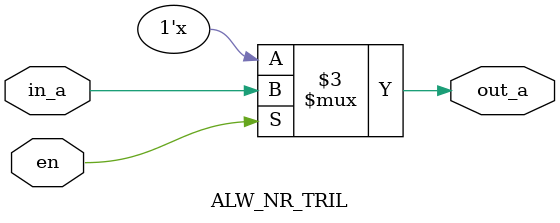
<source format=v>
module ALW_NR_TRIL (en,in_a,out_a);
   input en;
   input in_a;
   output reg out_a;

   always@(in_a or en )
   begin
      if(en)
      out_a = in_a;
      else
      out_a = 1'bz;
   end
endmodule

</source>
